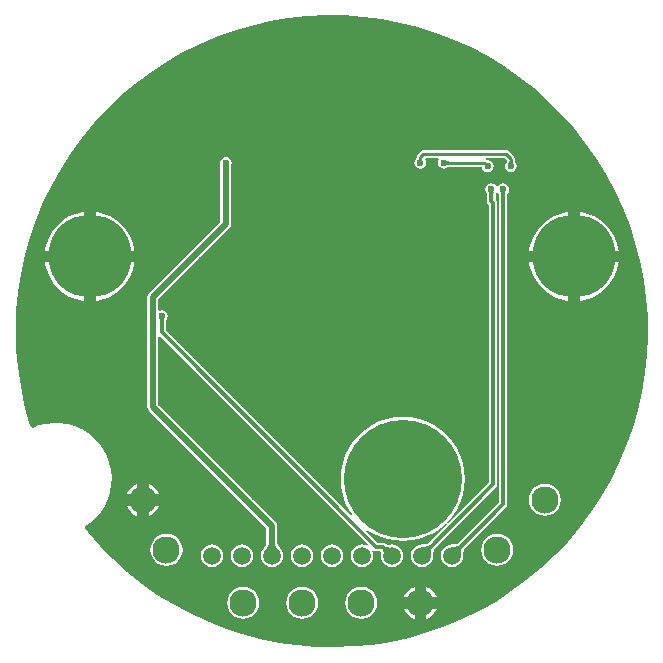
<source format=gbl>
G04*
G04 #@! TF.GenerationSoftware,Altium Limited,Altium Designer,20.1.8 (145)*
G04*
G04 Layer_Physical_Order=2*
G04 Layer_Color=16711680*
%FSTAX43Y43*%
%MOMM*%
G71*
G04*
G04 #@! TF.SameCoordinates,D0AF8ED7-0584-4811-8BF5-3ABD82A448BB*
G04*
G04*
G04 #@! TF.FilePolarity,Positive*
G04*
G01*
G75*
%ADD10C,0.250*%
%ADD46C,0.300*%
%ADD48C,0.500*%
%ADD51C,2.300*%
%ADD52C,1.500*%
%ADD53C,10.000*%
%ADD54C,7.000*%
%ADD55C,0.600*%
G36*
X0075055Y0079736D02*
X0076643Y0079626D01*
X0078221Y0079422D01*
X0079784Y0079124D01*
X0081327Y0078734D01*
X0082844Y0078253D01*
X0084329Y0077683D01*
X0085779Y0077025D01*
X0087186Y0076282D01*
X0088547Y0075457D01*
X0089856Y0074553D01*
X0091109Y0073572D01*
X0092302Y0072519D01*
X009343Y0071396D01*
X0094489Y0070209D01*
X0095476Y006896D01*
X0096387Y0067655D01*
X0097218Y0066298D01*
X0097968Y0064895D01*
X0098632Y0063449D01*
X009921Y0061966D01*
X0099698Y0060451D01*
X0100096Y0058911D01*
X0100401Y0057349D01*
X0100613Y0055772D01*
X0100731Y0054185D01*
X0100754Y0052594D01*
X0100682Y0051004D01*
X0100517Y0049421D01*
X0100257Y0047851D01*
X0099904Y0046299D01*
X009946Y0044771D01*
X0098926Y0043272D01*
X0098304Y0041808D01*
X0097595Y0040383D01*
X0096803Y0039002D01*
X0095931Y0037671D01*
X0094981Y0036395D01*
X0093957Y0035177D01*
X0092862Y0034022D01*
X00917Y0032934D01*
X0090476Y0031918D01*
X0089194Y0030975D01*
X0087858Y0030111D01*
X0086473Y0029328D01*
X0085043Y0028628D01*
X0083575Y0028015D01*
X0082073Y002749D01*
X0080542Y0027055D01*
X0078988Y0026712D01*
X0077416Y0026462D01*
X0075833Y0026306D01*
X0074243Y0026244D01*
X0072652Y0026277D01*
X0071065Y0026404D01*
X006949Y0026626D01*
X006793Y0026941D01*
X0066391Y0027348D01*
X006488Y0027845D01*
X0063401Y0028432D01*
X0061959Y0029106D01*
X006056Y0029864D01*
X0059208Y0030704D01*
X0057909Y0031622D01*
X0056666Y0032617D01*
X0055485Y0033683D01*
X005437Y0034818D01*
X0053324Y0036017D01*
X0053098Y0036309D01*
X0053094Y0036318D01*
X0053127Y003648D01*
X0053538Y0036764D01*
X005355Y0036776D01*
X0053564Y0036785D01*
X0054006Y0037185D01*
X0054016Y0037198D01*
X0054029Y0037209D01*
X0054414Y0037664D01*
X0054422Y0037679D01*
X0054434Y0037691D01*
X0054755Y0038193D01*
X0054761Y0038209D01*
X0054771Y0038223D01*
X0055024Y0038762D01*
X0055028Y0038779D01*
X0055036Y0038794D01*
X0055214Y0039362D01*
X0055216Y0039379D01*
X0055222Y0039395D01*
X0055324Y0039982D01*
X0055324Y0039999D01*
X0055328Y0040016D01*
X0055351Y0040611D01*
X0055348Y0040628D01*
X005535Y0040645D01*
X0055295Y0041238D01*
X005529Y0041254D01*
X0055289Y0041271D01*
X0055156Y0041852D01*
X0055149Y0041868D01*
X0055146Y0041884D01*
X0054937Y0042443D01*
X0054929Y0042457D01*
X0054924Y0042473D01*
X0054643Y0042999D01*
X0054632Y0043012D01*
X0054625Y0043027D01*
X0054277Y0043511D01*
X0054265Y0043523D01*
X0054256Y0043537D01*
X0053847Y0043971D01*
X0053833Y0043981D01*
X0053822Y0043994D01*
X005336Y004437D01*
X0053345Y0044378D01*
X0053333Y0044389D01*
X0052825Y0044701D01*
X0052809Y0044707D01*
X0052795Y0044716D01*
X005225Y0044958D01*
X0052234Y0044962D01*
X0052218Y004497D01*
X0051647Y0045137D01*
X005163Y0045139D01*
X0051614Y0045145D01*
X0051025Y0045235D01*
X0051008Y0045234D01*
X0050991Y0045238D01*
X0050396Y004525D01*
X0050379Y0045247D01*
X0050362Y0045248D01*
X004977Y0045182D01*
X0049754Y0045176D01*
X0049737Y0045176D01*
X0049158Y0045031D01*
X0049143Y0045024D01*
X0049126Y0045021D01*
X0048665Y0044838D01*
X0048511Y0044902D01*
X0048507Y0044909D01*
X0048385Y0045268D01*
X004797Y0046804D01*
X0047648Y0048362D01*
X0047419Y0049937D01*
X0047284Y0051522D01*
X0047243Y0053113D01*
X0047297Y0054704D01*
X0047446Y0056288D01*
X0047688Y0057861D01*
X0048024Y0059416D01*
X0048451Y0060949D01*
X0048969Y0062454D01*
X0049575Y0063925D01*
X0050268Y0065358D01*
X0051044Y0066747D01*
X0051902Y0068087D01*
X0052838Y0069374D01*
X0053849Y0070603D01*
X0054931Y007177D01*
X0056081Y007287D01*
X0057294Y00739D01*
X0058566Y0074857D01*
X0059892Y0075736D01*
X0061269Y0076534D01*
X006269Y0077249D01*
X0064152Y0077879D01*
X0065648Y007842D01*
X0067174Y0078872D01*
X0068724Y0079232D01*
X0070293Y0079499D01*
X0071875Y0079672D01*
X0073464Y0079752D01*
X0075055Y0079736D01*
D02*
G37*
%LPC*%
G36*
X008875Y0068331D02*
X008175D01*
X0081623Y0068306D01*
X0081516Y0068234D01*
X0081266Y0067984D01*
X0081194Y0067877D01*
X0081169Y006775D01*
Y0067665D01*
X0081167Y0067654D01*
X0081164Y0067643D01*
X0081162Y0067634D01*
X0081159Y0067627D01*
X0081156Y0067621D01*
X0081156Y0067621D01*
X008114Y006761D01*
X0081029Y0067445D01*
X008099Y006725D01*
X0081029Y0067055D01*
X008114Y006689D01*
X0081305Y0066779D01*
X00815Y006674D01*
X0081695Y0066779D01*
X008186Y006689D01*
X0081971Y0067055D01*
X008201Y006725D01*
X0081971Y0067445D01*
X0081906Y0067542D01*
X0081974Y0067669D01*
X0083026D01*
X0083094Y0067542D01*
X0083029Y0067445D01*
X008299Y006725D01*
X0083029Y0067055D01*
X008314Y006689D01*
X0083305Y0066779D01*
X00835Y006674D01*
X0083695Y0066779D01*
X008386Y006689D01*
X0083871Y0066906D01*
X0083871Y0066906D01*
X0083877Y0066909D01*
X0083884Y0066912D01*
X0083893Y0066914D01*
X0083904Y0066917D01*
X0083915Y0066919D01*
X0086696D01*
X0086729Y0066755D01*
X008684Y006659D01*
X0087005Y0066479D01*
X00872Y006644D01*
X0087395Y0066479D01*
X008756Y006659D01*
X0087671Y0066755D01*
X008771Y006695D01*
X0087671Y0067145D01*
X008756Y006731D01*
X0087395Y0067421D01*
X00872Y006746D01*
X0087166Y0067453D01*
X0087134Y0067484D01*
X0087049Y0067542D01*
X008706Y0067643D01*
X008707Y0067669D01*
X0088613D01*
X0088801Y006748D01*
X008879Y006735D01*
X0088679Y0067185D01*
X008864Y006699D01*
X0088679Y0066795D01*
X008879Y0066629D01*
X0088955Y0066519D01*
X008915Y006648D01*
X0089345Y0066519D01*
X008951Y0066629D01*
X0089621Y0066795D01*
X008966Y006699D01*
X0089621Y0067185D01*
X008951Y006735D01*
X0089494Y0067361D01*
X0089494Y0067361D01*
X0089491Y0067367D01*
X0089488Y0067374D01*
X0089486Y0067383D01*
X0089483Y0067394D01*
X0089481Y0067405D01*
Y00676D01*
X0089456Y0067727D01*
X0089384Y0067834D01*
X0088984Y0068234D01*
X0088877Y0068306D01*
X0088856Y006831D01*
X008875Y0068331D01*
D02*
G37*
G36*
X0095Y0063097D02*
Y0059825D01*
X0098272D01*
X0098265Y0059921D01*
X0098125Y0060503D01*
X0097896Y0061056D01*
X0097584Y0061565D01*
X0097195Y006202D01*
X009674Y0062409D01*
X009623Y0062721D01*
X0095678Y006295D01*
X0095096Y006309D01*
X0095Y0063097D01*
D02*
G37*
G36*
X0094D02*
X0093904Y006309D01*
X0093322Y006295D01*
X009277Y0062721D01*
X009226Y0062409D01*
X0091805Y006202D01*
X0091416Y0061565D01*
X0091104Y0061056D01*
X0090875Y0060503D01*
X0090735Y0059921D01*
X0090728Y0059825D01*
X0094D01*
Y0063097D01*
D02*
G37*
G36*
X0054D02*
Y0059825D01*
X0057272D01*
X0057265Y0059921D01*
X0057125Y0060503D01*
X0056896Y0061056D01*
X0056584Y0061565D01*
X0056195Y006202D01*
X005574Y0062409D01*
X005523Y0062721D01*
X0054678Y006295D01*
X0054096Y006309D01*
X0054Y0063097D01*
D02*
G37*
G36*
X0053D02*
X0052904Y006309D01*
X0052322Y006295D01*
X005177Y0062721D01*
X005126Y0062409D01*
X0050805Y006202D01*
X0050416Y0061565D01*
X0050104Y0061056D01*
X0049875Y0060503D01*
X0049735Y0059921D01*
X0049728Y0059825D01*
X0053D01*
Y0063097D01*
D02*
G37*
G36*
X0098272Y0058825D02*
X0095D01*
Y0055553D01*
X0095096Y005556D01*
X0095678Y00557D01*
X009623Y0055929D01*
X009674Y0056241D01*
X0097195Y005663D01*
X0097584Y0057085D01*
X0097896Y0057595D01*
X0098125Y0058147D01*
X0098265Y0058729D01*
X0098272Y0058825D01*
D02*
G37*
G36*
X0094D02*
X0090728D01*
X0090735Y0058729D01*
X0090875Y0058147D01*
X0091104Y0057595D01*
X0091416Y0057085D01*
X0091805Y005663D01*
X009226Y0056241D01*
X009277Y0055929D01*
X0093322Y00557D01*
X0093904Y005556D01*
X0094Y0055553D01*
Y0058825D01*
D02*
G37*
G36*
X0057272D02*
X0054D01*
Y0055553D01*
X0054096Y005556D01*
X0054678Y00557D01*
X005523Y0055929D01*
X005574Y0056241D01*
X0056195Y005663D01*
X0056584Y0057085D01*
X0056896Y0057595D01*
X0057125Y0058147D01*
X0057265Y0058729D01*
X0057272Y0058825D01*
D02*
G37*
G36*
X0053D02*
X0049728D01*
X0049735Y0058729D01*
X0049875Y0058147D01*
X0050104Y0057595D01*
X0050416Y0057085D01*
X0050805Y005663D01*
X005126Y0056241D01*
X005177Y0055929D01*
X0052322Y00557D01*
X0052904Y005556D01*
X0053Y0055553D01*
Y0058825D01*
D02*
G37*
G36*
X00585Y0040087D02*
Y0039225D01*
X0059362D01*
X0059267Y0039456D01*
X0059034Y0039759D01*
X0058731Y0039992D01*
X00585Y0040087D01*
D02*
G37*
G36*
X00575D02*
X0057269Y0039992D01*
X0056966Y0039759D01*
X0056733Y0039456D01*
X0056638Y0039225D01*
X00575D01*
Y0040087D01*
D02*
G37*
G36*
X0092025Y0040087D02*
X0091673Y004004D01*
X0091344Y0039904D01*
X0091062Y0039688D01*
X0090846Y0039406D01*
X009071Y0039077D01*
X0090663Y0038725D01*
X009071Y0038373D01*
X0090846Y0038044D01*
X0091062Y0037762D01*
X0091344Y0037546D01*
X0091673Y003741D01*
X0092025Y0037363D01*
X0092377Y003741D01*
X0092706Y0037546D01*
X0092988Y0037762D01*
X0093204Y0038044D01*
X009334Y0038373D01*
X0093387Y0038725D01*
X009334Y0039077D01*
X0093204Y0039406D01*
X0092988Y0039688D01*
X0092706Y0039904D01*
X0092377Y004004D01*
X0092025Y0040087D01*
D02*
G37*
G36*
X0059362Y0038225D02*
X00585D01*
Y0037363D01*
X0058731Y0037458D01*
X0059034Y0037691D01*
X0059267Y0037994D01*
X0059362Y0038225D01*
D02*
G37*
G36*
X00575D02*
X0056638D01*
X0056733Y0037994D01*
X0056966Y0037691D01*
X0057269Y0037458D01*
X00575Y0037363D01*
Y0038225D01*
D02*
G37*
G36*
X0065031Y006775D02*
X0064836Y0067711D01*
X0064671Y0067601D01*
X006456Y0067435D01*
X0064521Y006724D01*
X006456Y0067045D01*
X0064572Y0067027D01*
Y0062282D01*
X0058514Y0056224D01*
X0058415Y0056075D01*
X005838Y0055899D01*
Y0046601D01*
X0058415Y0046425D01*
X0058514Y0046276D01*
X0068461Y0036329D01*
Y0035082D01*
X0068458Y0035053D01*
X0068447Y0035003D01*
X0068433Y0034955D01*
X0068415Y0034908D01*
X0068392Y0034862D01*
X0068364Y0034816D01*
X0068332Y0034771D01*
X0068295Y0034726D01*
X0068265Y0034695D01*
X0068242Y0034678D01*
X006809Y0034479D01*
X0067994Y0034248D01*
X0067962Y0034D01*
X0067994Y0033752D01*
X006809Y0033521D01*
X0068242Y0033322D01*
X0068441Y003317D01*
X0068672Y0033074D01*
X006892Y0033042D01*
X0069168Y0033074D01*
X0069399Y003317D01*
X0069598Y0033322D01*
X006975Y0033521D01*
X0069846Y0033752D01*
X0069878Y0034D01*
X0069846Y0034248D01*
X006975Y0034479D01*
X0069598Y0034678D01*
X0069575Y0034695D01*
X0069545Y0034726D01*
X0069508Y0034771D01*
X0069476Y0034816D01*
X0069448Y0034862D01*
X0069425Y0034908D01*
X0069407Y0034955D01*
X0069393Y0035003D01*
X0069382Y0035053D01*
X0069379Y0035082D01*
Y0036519D01*
X0069344Y0036695D01*
X0069244Y0036844D01*
X0059298Y0046791D01*
Y0052518D01*
X0059424Y0052571D01*
X0077034Y0034961D01*
X0076962Y0034853D01*
X0076788Y0034926D01*
X007654Y0034958D01*
X0076292Y0034926D01*
X0076061Y003483D01*
X0075862Y0034678D01*
X007571Y0034479D01*
X0075614Y0034248D01*
X0075582Y0034D01*
X0075614Y0033752D01*
X007571Y0033521D01*
X0075862Y0033322D01*
X0076061Y003317D01*
X0076292Y0033074D01*
X007654Y0033042D01*
X0076788Y0033074D01*
X0077019Y003317D01*
X0077218Y0033322D01*
X007737Y0033521D01*
X0077466Y0033752D01*
X0077498Y0034D01*
X0077466Y0034248D01*
X0077393Y0034422D01*
X0077498Y0034498D01*
X0077613Y003442D01*
X007775Y0034393D01*
X0078083D01*
X0078133Y0034332D01*
X0078166Y0034275D01*
X0078154Y0034248D01*
X0078122Y0034D01*
X0078154Y0033752D01*
X007825Y0033521D01*
X0078402Y0033322D01*
X0078601Y003317D01*
X0078832Y0033074D01*
X007908Y0033042D01*
X0079328Y0033074D01*
X0079559Y003317D01*
X0079758Y0033322D01*
X007991Y0033521D01*
X0080006Y0033752D01*
X0080038Y0034D01*
X0080006Y0034248D01*
X007991Y0034479D01*
X0079758Y0034678D01*
X0079559Y003483D01*
X0079328Y0034926D01*
X007908Y0034958D01*
X0078832Y0034926D01*
X0078805Y0034914D01*
X0078791Y0034911D01*
X0078768Y0034908D01*
X0078747Y0034908D01*
X0078727Y0034911D01*
X0078707Y0034916D01*
X0078685Y0034924D01*
X0078662Y0034936D01*
X0078637Y0034952D01*
X0078618Y0034967D01*
X0078582Y0035002D01*
X0078467Y003508D01*
X007833Y0035107D01*
X0077898D01*
X0076901Y0036104D01*
X0076982Y0036203D01*
X0077369Y0035944D01*
X0077987Y0035639D01*
X0078638Y0035418D01*
X0079313Y0035284D01*
X008Y0035239D01*
X0080687Y0035284D01*
X0081362Y0035418D01*
X0082013Y0035639D01*
X0082631Y0035944D01*
X0083203Y0036326D01*
X0083665Y0036732D01*
X0083681Y0036745D01*
X0083768Y0036653D01*
X0082182Y0035066D01*
X0082154Y0035047D01*
X0082117Y0035028D01*
X0082071Y0035009D01*
X0082018Y0034993D01*
X0081956Y0034979D01*
X0081889Y0034968D01*
X008172Y0034955D01*
X0081651Y0034954D01*
X008162Y0034958D01*
X0081372Y0034926D01*
X0081141Y003483D01*
X0080942Y0034678D01*
X008079Y0034479D01*
X0080694Y0034248D01*
X0080662Y0034D01*
X0080694Y0033752D01*
X008079Y0033521D01*
X0080942Y0033322D01*
X0081141Y003317D01*
X0081372Y0033074D01*
X008162Y0033042D01*
X0081868Y0033074D01*
X0082099Y003317D01*
X0082298Y0033322D01*
X008245Y0033521D01*
X0082546Y0033752D01*
X0082578Y0034D01*
X0082575Y0034027D01*
X008258Y0034191D01*
X0082587Y0034266D01*
X0082599Y0034336D01*
X0082613Y0034398D01*
X0082629Y0034451D01*
X0082648Y0034497D01*
X0082667Y0034534D01*
X0082686Y0034562D01*
X0087902Y0039778D01*
X008798Y0039893D01*
X0088007Y004003D01*
Y006385D01*
X008798Y0063987D01*
X0087902Y0064102D01*
X0087857Y0064148D01*
Y0064617D01*
X0087858Y0064623D01*
X008786Y0064637D01*
X008786Y0064639D01*
X008786Y006464D01*
X0087924Y0064734D01*
X0088076D01*
X008814Y006464D01*
X008814Y0064639D01*
X008814Y0064637D01*
X0088142Y0064626D01*
X0088143Y0064612D01*
Y0038488D01*
X0084722Y0035066D01*
X0084694Y0035047D01*
X0084657Y0035028D01*
X0084611Y0035009D01*
X0084558Y0034993D01*
X0084496Y0034979D01*
X0084429Y0034968D01*
X008426Y0034955D01*
X0084191Y0034954D01*
X008416Y0034958D01*
X0083912Y0034926D01*
X0083681Y003483D01*
X0083482Y0034678D01*
X008333Y0034479D01*
X0083234Y0034248D01*
X0083202Y0034D01*
X0083234Y0033752D01*
X008333Y0033521D01*
X0083482Y0033322D01*
X0083681Y003317D01*
X0083912Y0033074D01*
X008416Y0033042D01*
X0084408Y0033074D01*
X0084639Y003317D01*
X0084838Y0033322D01*
X008499Y0033521D01*
X0085086Y0033752D01*
X0085118Y0034D01*
X0085115Y0034027D01*
X008512Y0034191D01*
X0085127Y0034266D01*
X0085139Y0034336D01*
X0085153Y0034398D01*
X0085169Y0034451D01*
X0085188Y0034497D01*
X0085207Y0034534D01*
X0085226Y0034562D01*
X0088752Y0038088D01*
X008883Y0038203D01*
X0088857Y003834D01*
Y0064617D01*
X0088858Y0064623D01*
X008886Y0064637D01*
X008886Y0064639D01*
X008886Y006464D01*
X0088971Y0064805D01*
X008901Y0065D01*
X0088971Y0065195D01*
X008886Y006536D01*
X0088695Y0065471D01*
X00885Y006551D01*
X0088305Y0065471D01*
X008814Y006536D01*
X0088076Y0065266D01*
X0087924D01*
X008786Y006536D01*
X0087695Y0065471D01*
X00875Y006551D01*
X0087305Y0065471D01*
X008714Y006536D01*
X0087029Y0065195D01*
X008699Y0065D01*
X0087029Y0064805D01*
X008714Y006464D01*
X008714Y0064639D01*
X008714Y0064637D01*
X0087142Y0064626D01*
X0087143Y0064612D01*
Y0064D01*
X008717Y0063863D01*
X0087248Y0063748D01*
X0087293Y0063702D01*
Y0040178D01*
X0083847Y0036732D01*
X0083755Y0036819D01*
X0083768Y0036835D01*
X0084174Y0037297D01*
X0084556Y0037869D01*
X0084861Y0038487D01*
X0085082Y0039138D01*
X0085216Y0039813D01*
X0085261Y00405D01*
X0085216Y0041187D01*
X0085082Y0041862D01*
X0084861Y0042513D01*
X0084556Y0043131D01*
X0084174Y0043703D01*
X008372Y004422D01*
X0083203Y0044674D01*
X0082631Y0045056D01*
X0082013Y0045361D01*
X0081362Y0045582D01*
X0080687Y0045716D01*
X008Y0045761D01*
X0079313Y0045716D01*
X0078638Y0045582D01*
X0077987Y0045361D01*
X0077369Y0045056D01*
X0076797Y0044674D01*
X007628Y004422D01*
X0075826Y0043703D01*
X0075444Y0043131D01*
X0075139Y0042513D01*
X0074918Y0041862D01*
X0074784Y0041187D01*
X0074739Y00405D01*
X0074784Y0039813D01*
X0074918Y0039138D01*
X0075139Y0038487D01*
X0075444Y0037869D01*
X0075703Y0037482D01*
X0075604Y0037401D01*
X0059946Y0053059D01*
Y0053875D01*
X0059946Y0053882D01*
X0059949Y0053896D01*
X0059949Y0053898D01*
X0059949Y0053898D01*
X006006Y0054063D01*
X0060098Y0054258D01*
X006006Y0054453D01*
X0059949Y0054619D01*
X0059784Y0054729D01*
X0059589Y0054768D01*
X0059424Y0054735D01*
X0059298Y0054806D01*
Y0055709D01*
X0065356Y0061767D01*
X0065455Y0061916D01*
X006549Y0062092D01*
Y0067027D01*
X0065502Y0067045D01*
X0065541Y006724D01*
X0065502Y0067435D01*
X0065392Y0067601D01*
X0065226Y0067711D01*
X0065031Y006775D01*
D02*
G37*
G36*
X0088Y0035862D02*
X0087648Y0035815D01*
X0087319Y0035679D01*
X0087037Y0035463D01*
X0086821Y0035181D01*
X0086685Y0034852D01*
X0086638Y00345D01*
X0086685Y0034148D01*
X0086821Y0033819D01*
X0087037Y0033537D01*
X0087319Y0033321D01*
X0087648Y0033185D01*
X0088Y0033138D01*
X0088352Y0033185D01*
X0088681Y0033321D01*
X0088963Y0033537D01*
X0089179Y0033819D01*
X0089315Y0034148D01*
X0089362Y00345D01*
X0089315Y0034852D01*
X0089179Y0035181D01*
X0088963Y0035463D01*
X0088681Y0035679D01*
X0088352Y0035815D01*
X0088Y0035862D01*
D02*
G37*
G36*
X006D02*
X0059648Y0035815D01*
X0059319Y0035679D01*
X0059037Y0035463D01*
X0058821Y0035181D01*
X0058685Y0034852D01*
X0058638Y00345D01*
X0058685Y0034148D01*
X0058821Y0033819D01*
X0059037Y0033537D01*
X0059319Y0033321D01*
X0059648Y0033185D01*
X006Y0033138D01*
X0060352Y0033185D01*
X0060681Y0033321D01*
X0060963Y0033537D01*
X0061179Y0033819D01*
X0061315Y0034148D01*
X0061362Y00345D01*
X0061315Y0034852D01*
X0061179Y0035181D01*
X0060963Y0035463D01*
X0060681Y0035679D01*
X0060352Y0035815D01*
X006Y0035862D01*
D02*
G37*
G36*
X0074Y0034958D02*
X0073752Y0034926D01*
X0073521Y003483D01*
X0073322Y0034678D01*
X007317Y0034479D01*
X0073074Y0034248D01*
X0073042Y0034D01*
X0073074Y0033752D01*
X007317Y0033521D01*
X0073322Y0033322D01*
X0073521Y003317D01*
X0073752Y0033074D01*
X0074Y0033042D01*
X0074248Y0033074D01*
X0074479Y003317D01*
X0074678Y0033322D01*
X007483Y0033521D01*
X0074926Y0033752D01*
X0074958Y0034D01*
X0074926Y0034248D01*
X007483Y0034479D01*
X0074678Y0034678D01*
X0074479Y003483D01*
X0074248Y0034926D01*
X0074Y0034958D01*
D02*
G37*
G36*
X007146D02*
X0071212Y0034926D01*
X0070981Y003483D01*
X0070782Y0034678D01*
X007063Y0034479D01*
X0070534Y0034248D01*
X0070502Y0034D01*
X0070534Y0033752D01*
X007063Y0033521D01*
X0070782Y0033322D01*
X0070981Y003317D01*
X0071212Y0033074D01*
X007146Y0033042D01*
X0071708Y0033074D01*
X0071939Y003317D01*
X0072138Y0033322D01*
X007229Y0033521D01*
X0072386Y0033752D01*
X0072418Y0034D01*
X0072386Y0034248D01*
X007229Y0034479D01*
X0072138Y0034678D01*
X0071939Y003483D01*
X0071708Y0034926D01*
X007146Y0034958D01*
D02*
G37*
G36*
X006638D02*
X0066132Y0034926D01*
X0065901Y003483D01*
X0065702Y0034678D01*
X006555Y0034479D01*
X0065454Y0034248D01*
X0065422Y0034D01*
X0065454Y0033752D01*
X006555Y0033521D01*
X0065702Y0033322D01*
X0065901Y003317D01*
X0066132Y0033074D01*
X006638Y0033042D01*
X0066628Y0033074D01*
X0066859Y003317D01*
X0067058Y0033322D01*
X006721Y0033521D01*
X0067306Y0033752D01*
X0067338Y0034D01*
X0067306Y0034248D01*
X006721Y0034479D01*
X0067058Y0034678D01*
X0066859Y003483D01*
X0066628Y0034926D01*
X006638Y0034958D01*
D02*
G37*
G36*
X006384D02*
X0063592Y0034926D01*
X0063361Y003483D01*
X0063162Y0034678D01*
X006301Y0034479D01*
X0062914Y0034248D01*
X0062882Y0034D01*
X0062914Y0033752D01*
X006301Y0033521D01*
X0063162Y0033322D01*
X0063361Y003317D01*
X0063592Y0033074D01*
X006384Y0033042D01*
X0064088Y0033074D01*
X0064319Y003317D01*
X0064518Y0033322D01*
X006467Y0033521D01*
X0064766Y0033752D01*
X0064798Y0034D01*
X0064766Y0034248D01*
X006467Y0034479D01*
X0064518Y0034678D01*
X0064319Y003483D01*
X0064088Y0034926D01*
X006384Y0034958D01*
D02*
G37*
G36*
X0082Y0031362D02*
Y00305D01*
X0082862D01*
X0082767Y0030731D01*
X0082534Y0031034D01*
X0082231Y0031267D01*
X0082Y0031362D01*
D02*
G37*
G36*
X0081Y0031362D02*
X0080769Y0031267D01*
X0080466Y0031034D01*
X0080233Y0030731D01*
X0080138Y00305D01*
X0081D01*
Y0031362D01*
D02*
G37*
G36*
X00765Y0031362D02*
X0076148Y0031315D01*
X0075819Y0031179D01*
X0075537Y0030963D01*
X0075321Y0030681D01*
X0075185Y0030352D01*
X0075138Y003D01*
X0075185Y0029648D01*
X0075321Y0029319D01*
X0075537Y0029037D01*
X0075819Y0028821D01*
X0076148Y0028685D01*
X00765Y0028638D01*
X0076852Y0028685D01*
X0077181Y0028821D01*
X0077463Y0029037D01*
X0077679Y0029319D01*
X0077815Y0029648D01*
X0077862Y003D01*
X0077815Y0030352D01*
X0077679Y0030681D01*
X0077463Y0030963D01*
X0077181Y0031179D01*
X0076852Y0031315D01*
X00765Y0031362D01*
D02*
G37*
G36*
X00715D02*
X0071148Y0031315D01*
X0070819Y0031179D01*
X0070537Y0030963D01*
X0070321Y0030681D01*
X0070185Y0030352D01*
X0070138Y003D01*
X0070185Y0029648D01*
X0070321Y0029319D01*
X0070537Y0029037D01*
X0070819Y0028821D01*
X0071148Y0028685D01*
X00715Y0028638D01*
X0071852Y0028685D01*
X0072181Y0028821D01*
X0072463Y0029037D01*
X0072679Y0029319D01*
X0072815Y0029648D01*
X0072862Y003D01*
X0072815Y0030352D01*
X0072679Y0030681D01*
X0072463Y0030963D01*
X0072181Y0031179D01*
X0071852Y0031315D01*
X00715Y0031362D01*
D02*
G37*
G36*
X00665D02*
X0066148Y0031315D01*
X0065819Y0031179D01*
X0065537Y0030963D01*
X0065321Y0030681D01*
X0065185Y0030352D01*
X0065138Y003D01*
X0065185Y0029648D01*
X0065321Y0029319D01*
X0065537Y0029037D01*
X0065819Y0028821D01*
X0066148Y0028685D01*
X00665Y0028638D01*
X0066852Y0028685D01*
X0067181Y0028821D01*
X0067463Y0029037D01*
X0067679Y0029319D01*
X0067815Y0029648D01*
X0067862Y003D01*
X0067815Y0030352D01*
X0067679Y0030681D01*
X0067463Y0030963D01*
X0067181Y0031179D01*
X0066852Y0031315D01*
X00665Y0031362D01*
D02*
G37*
G36*
X0082862Y00295D02*
X0082D01*
Y0028638D01*
X0082231Y0028733D01*
X0082534Y0028966D01*
X0082767Y0029269D01*
X0082862Y00295D01*
D02*
G37*
G36*
X0081D02*
X0080138D01*
X0080233Y0029269D01*
X0080466Y0028966D01*
X0080769Y0028733D01*
X0081Y0028638D01*
Y00295D01*
D02*
G37*
%LPD*%
G36*
X0081626Y0067672D02*
X0081628Y0067644D01*
X0081633Y0067616D01*
X0081639Y006759D01*
X0081646Y0067566D01*
X0081656Y0067542D01*
X0081667Y0067521D01*
X0081679Y00675D01*
X0081694Y0067482D01*
X008171Y0067464D01*
X008129D01*
X0081306Y0067482D01*
X0081321Y00675D01*
X0081333Y0067521D01*
X0081344Y0067542D01*
X0081354Y0067566D01*
X0081361Y006759D01*
X0081367Y0067616D01*
X0081372Y0067644D01*
X0081374Y0067672D01*
X0081375Y0067703D01*
X0081625D01*
X0081626Y0067672D01*
D02*
G37*
G36*
X0089276Y0067412D02*
X0089278Y0067383D01*
X0089283Y0067356D01*
X0089289Y006733D01*
X0089296Y0067305D01*
X0089306Y0067282D01*
X0089317Y0067261D01*
X0089329Y006724D01*
X0089344Y0067222D01*
X008936Y0067204D01*
X008894D01*
X0088956Y0067222D01*
X0088971Y006724D01*
X0088983Y0067261D01*
X0088994Y0067282D01*
X0089004Y0067305D01*
X0089011Y006733D01*
X0089017Y0067356D01*
X0089022Y0067383D01*
X0089024Y0067412D01*
X0089025Y0067443D01*
X0089275D01*
X0089276Y0067412D01*
D02*
G37*
G36*
X0083732Y0067444D02*
X008375Y0067429D01*
X0083771Y0067417D01*
X0083792Y0067406D01*
X0083816Y0067396D01*
X008384Y0067389D01*
X0083866Y0067383D01*
X0083894Y0067378D01*
X0083922Y0067376D01*
X0083953Y0067375D01*
Y0067125D01*
X0083922Y0067124D01*
X0083894Y0067122D01*
X0083866Y0067117D01*
X008384Y0067111D01*
X0083816Y0067104D01*
X0083792Y0067094D01*
X0083771Y0067083D01*
X008375Y0067071D01*
X0083732Y0067056D01*
X0083714Y006704D01*
Y006746D01*
X0083732Y0067444D01*
D02*
G37*
G36*
X0087009Y0067318D02*
X0087086Y0067251D01*
X0087096Y0067245D01*
X0087105Y006724D01*
X0087112Y0067238D01*
X0087117Y0067238D01*
X0086912Y0067033D01*
X0086912Y0067038D01*
X008691Y0067045D01*
X0086905Y0067054D01*
X0086899Y0067064D01*
X008689Y0067076D01*
X0086865Y0067105D01*
X0086812Y0067162D01*
X0086988Y0067338D01*
X0087009Y0067318D01*
D02*
G37*
G36*
X0088699Y0064773D02*
X0088688Y0064758D01*
X0088679Y0064741D01*
X0088672Y0064721D01*
X0088665Y00647D01*
X008866Y0064676D01*
X0088655Y0064651D01*
X0088652Y0064623D01*
X008865Y006456D01*
X008835D01*
X0088349Y0064592D01*
X0088345Y0064651D01*
X008834Y0064676D01*
X0088335Y00647D01*
X0088328Y0064721D01*
X0088321Y0064741D01*
X0088312Y0064758D01*
X0088301Y0064773D01*
X008829Y0064786D01*
X008871D01*
X0088699Y0064773D01*
D02*
G37*
G36*
X0087699D02*
X0087688Y0064758D01*
X0087679Y0064741D01*
X0087672Y0064721D01*
X0087665Y00647D01*
X008766Y0064676D01*
X0087655Y0064651D01*
X0087652Y0064623D01*
X008765Y006456D01*
X008735D01*
X0087349Y0064592D01*
X0087345Y0064651D01*
X008734Y0064676D01*
X0087335Y00647D01*
X0087328Y0064721D01*
X0087321Y0064741D01*
X0087312Y0064758D01*
X0087301Y0064773D01*
X008729Y0064786D01*
X008771D01*
X0087699Y0064773D01*
D02*
G37*
G36*
X0059787Y0054031D02*
X0059777Y0054016D01*
X0059768Y0053999D01*
X005976Y005398D01*
X0059754Y0053958D01*
X0059748Y0053935D01*
X0059744Y0053909D01*
X0059741Y0053881D01*
X0059739Y0053819D01*
X0059439D01*
X0059438Y0053851D01*
X0059433Y0053909D01*
X0059429Y0053935D01*
X0059424Y0053958D01*
X0059417Y005398D01*
X0059409Y0053999D01*
X00594Y0054016D01*
X005939Y0054031D01*
X0059379Y0054044D01*
X0059799D01*
X0059787Y0054031D01*
D02*
G37*
G36*
X0069173Y0035088D02*
X0069181Y003502D01*
X0069195Y0034953D01*
X0069214Y0034889D01*
X0069239Y0034826D01*
X0069269Y0034764D01*
X0069305Y0034705D01*
X0069346Y0034647D01*
X0069393Y003459D01*
X0069445Y0034536D01*
X0068395D01*
X0068447Y003459D01*
X0068494Y0034647D01*
X0068535Y0034705D01*
X0068571Y0034764D01*
X0068601Y0034826D01*
X0068626Y0034889D01*
X0068645Y0034953D01*
X0068659Y003502D01*
X0068667Y0035088D01*
X006867Y0035157D01*
X006917D01*
X0069173Y0035088D01*
D02*
G37*
G36*
X0078477Y0034818D02*
X0078518Y0034786D01*
X007856Y0034759D01*
X0078603Y0034737D01*
X0078646Y0034721D01*
X007869Y003471D01*
X0078735Y0034705D01*
X007878Y0034704D01*
X0078826Y003471D01*
X0078872Y0034721D01*
X0078359Y0034208D01*
X007837Y0034254D01*
X0078376Y00343D01*
X0078376Y0034345D01*
X007837Y003439D01*
X0078359Y0034434D01*
X0078343Y0034477D01*
X0078321Y003452D01*
X0078294Y0034562D01*
X0078262Y0034603D01*
X0078224Y0034644D01*
X0078436Y0034856D01*
X0078477Y0034818D01*
D02*
G37*
G36*
X0085104Y0034732D02*
X0085066Y0034689D01*
X0085032Y0034639D01*
X0085003Y0034583D01*
X0084977Y003452D01*
X0084956Y0034451D01*
X0084938Y0034375D01*
X0084925Y0034293D01*
X0084916Y0034204D01*
X008491Y0034007D01*
X0084168Y003475D01*
X0084269Y0034751D01*
X0084453Y0034765D01*
X0084535Y0034778D01*
X0084611Y0034796D01*
X008468Y0034817D01*
X0084743Y0034843D01*
X0084799Y0034872D01*
X0084849Y0034906D01*
X0084892Y0034944D01*
X0085104Y0034732D01*
D02*
G37*
G36*
X0082564D02*
X0082526Y0034689D01*
X0082492Y0034639D01*
X0082463Y0034583D01*
X0082437Y003452D01*
X0082416Y0034451D01*
X0082398Y0034375D01*
X0082385Y0034293D01*
X0082376Y0034204D01*
X008237Y0034007D01*
X0081628Y003475D01*
X0081729Y0034751D01*
X0081913Y0034765D01*
X0081995Y0034778D01*
X0082071Y0034796D01*
X008214Y0034817D01*
X0082203Y0034843D01*
X0082259Y0034872D01*
X0082309Y0034906D01*
X0082352Y0034944D01*
X0082564Y0034732D01*
D02*
G37*
D10*
X00869Y006725D02*
X00872Y006695D01*
X00835Y006725D02*
X00869D01*
X008175Y0068D02*
X008875D01*
X008915Y006699D02*
Y00676D01*
X008875Y0068D02*
X008915Y00676D01*
X00815Y006725D02*
Y006775D01*
X008175Y0068D01*
D46*
X00875Y0064D02*
Y0065D01*
X007833Y003475D02*
X007908Y0034D01*
X0059589Y0052911D02*
Y0054258D01*
X007775Y003475D02*
X007833D01*
X0059589Y0052911D02*
X007775Y003475D01*
X00875Y0064D02*
X008765Y006385D01*
X008162Y0034D02*
X008765Y004003D01*
Y006385D01*
X00885Y003834D02*
Y0065D01*
X008416Y0034D02*
X00885Y003834D01*
D48*
X0058839Y0055899D02*
X0065031Y0062092D01*
X006892Y0034D02*
Y0036519D01*
X0058839Y0046601D02*
Y0055899D01*
Y0046601D02*
X006892Y0036519D01*
X0065031Y0062092D02*
Y006724D01*
D51*
X006Y00345D02*
D03*
X0058Y0038725D02*
D03*
X0088Y00345D02*
D03*
X00665Y003D02*
D03*
X00715D02*
D03*
X00815D02*
D03*
X00765D02*
D03*
X0092025Y0038725D02*
D03*
D52*
X006384Y0034D02*
D03*
X006638D02*
D03*
X006892D02*
D03*
X007146D02*
D03*
X0074D02*
D03*
X007654D02*
D03*
X007908D02*
D03*
X008162D02*
D03*
X008416D02*
D03*
D53*
X008Y00405D02*
D03*
D54*
X00945Y0059325D02*
D03*
X00535D02*
D03*
D55*
X0059Y0059D02*
D03*
Y00605D02*
D03*
Y00575D02*
D03*
X00895Y00405D02*
D03*
X0087D02*
D03*
X00655Y00565D02*
D03*
X00605Y005D02*
D03*
X009Y00535D02*
D03*
Y00565D02*
D03*
Y00595D02*
D03*
X0063Y00565D02*
D03*
Y0059D02*
D03*
X00895Y0038D02*
D03*
X0087D02*
D03*
X0063Y0067D02*
D03*
X00615D02*
D03*
X00655Y0059D02*
D03*
X00685D02*
D03*
X0064Y0039D02*
D03*
X00615Y0036D02*
D03*
X0065D02*
D03*
X00675Y0039D02*
D03*
X0075Y0044D02*
D03*
X00685Y00495D02*
D03*
Y0045D02*
D03*
X0079Y0053D02*
D03*
Y0048D02*
D03*
X0075D02*
D03*
X00715Y004D02*
D03*
Y0045D02*
D03*
Y0049D02*
D03*
X0059589Y0054258D02*
D03*
X00885Y0065D02*
D03*
X00875D02*
D03*
X00872Y006695D02*
D03*
X008915Y006699D02*
D03*
X00815Y006725D02*
D03*
X00835D02*
D03*
X0087Y00635D02*
D03*
X00845D02*
D03*
X00825D02*
D03*
X00785Y0071D02*
D03*
X00825Y0072D02*
D03*
X0076Y00545D02*
D03*
X00815Y00565D02*
D03*
Y00595D02*
D03*
X00805Y00635D02*
D03*
X0069Y0071D02*
D03*
X0072D02*
D03*
X0066D02*
D03*
X0075D02*
D03*
X0068Y00665D02*
D03*
X00785Y0065D02*
D03*
Y0062D02*
D03*
Y0059D02*
D03*
X00775Y00565D02*
D03*
X00745D02*
D03*
X0075Y00685D02*
D03*
X0066D02*
D03*
X0072D02*
D03*
X0069D02*
D03*
X0075Y00645D02*
D03*
X0072D02*
D03*
X00735Y00665D02*
D03*
X0067251Y006148D02*
D03*
X0065031Y006724D02*
D03*
X00705Y00665D02*
D03*
M02*

</source>
